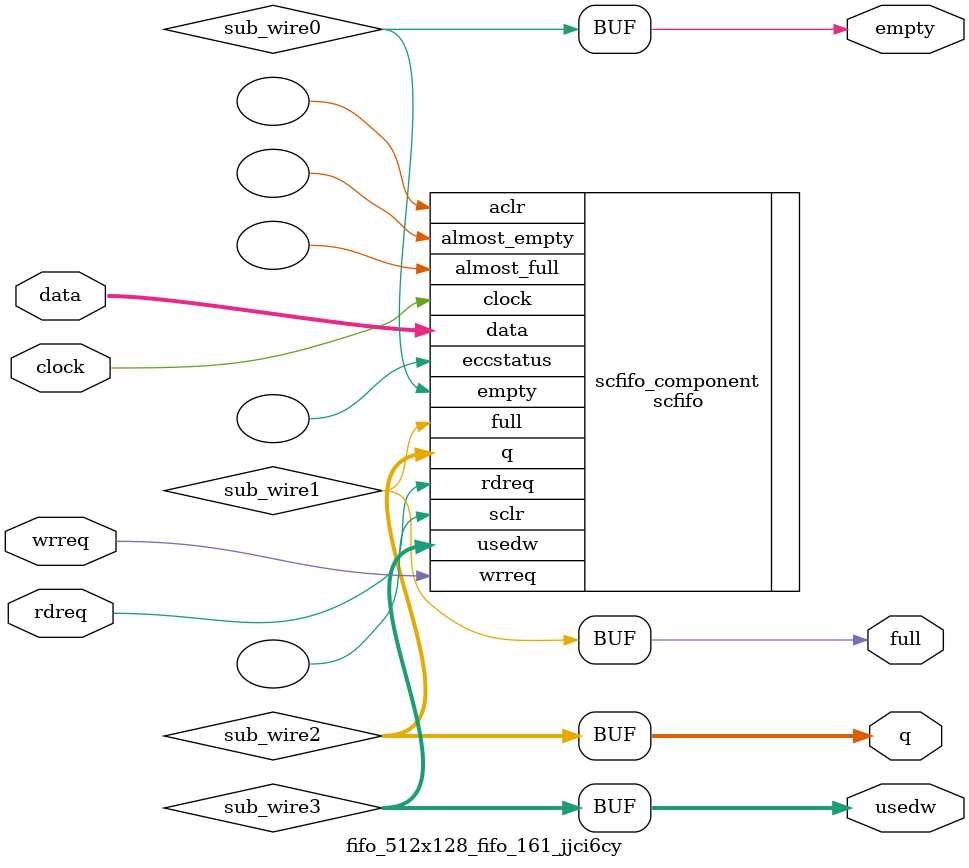
<source format=v>



`timescale 1 ps / 1 ps
// synopsys translate_on
module  fifo_512x128_fifo_161_jjci6cy  (
    clock,
    data,
    rdreq,
    wrreq,
    empty,
    full,
    q,
    usedw);

    input    clock;
    input  [127:0]  data;
    input    rdreq;
    input    wrreq;
    output   empty;
    output   full;
    output [127:0]  q;
    output [8:0]  usedw;

    wire  sub_wire0;
    wire  sub_wire1;
    wire [127:0] sub_wire2;
    wire [8:0] sub_wire3;
    wire  empty = sub_wire0;
    wire  full = sub_wire1;
    wire [127:0] q = sub_wire2[127:0];
    wire [8:0] usedw = sub_wire3[8:0];

    scfifo  scfifo_component (
                .clock (clock),
                .data (data),
                .rdreq (rdreq),
                .wrreq (wrreq),
                .empty (sub_wire0),
                .full (sub_wire1),
                .q (sub_wire2),
                .usedw (sub_wire3),
                .aclr (),
                .almost_empty (),
                .almost_full (),
                .eccstatus (),
                .sclr ());
    defparam
        scfifo_component.add_ram_output_register  = "OFF",
        scfifo_component.enable_ecc  = "FALSE",
        scfifo_component.intended_device_family  = "Arria 10",
        scfifo_component.lpm_hint  = "RAM_BLOCK_TYPE=M20K",
        scfifo_component.lpm_numwords  = 512,
        scfifo_component.lpm_showahead  = "ON",
        scfifo_component.lpm_type  = "scfifo",
        scfifo_component.lpm_width  = 128,
        scfifo_component.lpm_widthu  = 9,
        scfifo_component.overflow_checking  = "ON",
        scfifo_component.underflow_checking  = "ON",
        scfifo_component.use_eab  = "ON";


endmodule



</source>
